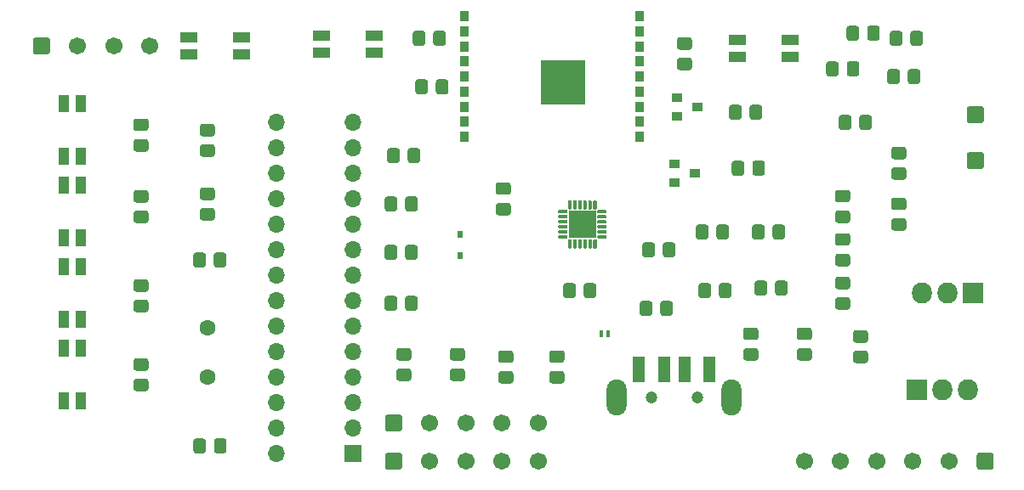
<source format=gts>
%TF.GenerationSoftware,KiCad,Pcbnew,(5.1.6)-1*%
%TF.CreationDate,2020-08-17T15:22:46+07:00*%
%TF.ProjectId,desain150820,64657361-696e-4313-9530-3832302e6b69,v01*%
%TF.SameCoordinates,Original*%
%TF.FileFunction,Soldermask,Top*%
%TF.FilePolarity,Negative*%
%FSLAX46Y46*%
G04 Gerber Fmt 4.6, Leading zero omitted, Abs format (unit mm)*
G04 Created by KiCad (PCBNEW (5.1.6)-1) date 2020-08-17 15:22:46*
%MOMM*%
%LPD*%
G01*
G04 APERTURE LIST*
%ADD10C,1.701600*%
%ADD11R,0.951600X1.014100*%
%ADD12R,4.401600X4.401600*%
%ADD13R,0.461600X0.721600*%
%ADD14R,0.461600X0.301600*%
%ADD15R,1.701600X1.701600*%
%ADD16O,1.701600X1.701600*%
%ADD17C,1.601600*%
%ADD18O,2.006600X2.101600*%
%ADD19R,2.006600X2.101600*%
%ADD20R,1.651600X1.101600*%
%ADD21R,1.001600X0.901600*%
%ADD22R,0.551600X0.701600*%
%ADD23R,1.201600X2.601600*%
%ADD24O,2.001600X3.601600*%
%ADD25C,1.201600*%
%ADD26R,1.101600X1.651600*%
%ADD27R,2.701600X2.701600*%
G04 APERTURE END LIST*
D10*
%TO.C,J2*%
X107320000Y-66040000D03*
X103720000Y-66040000D03*
X100120000Y-66040000D03*
G36*
G01*
X95669200Y-66624925D02*
X95669200Y-65455075D01*
G75*
G02*
X95935075Y-65189200I265875J0D01*
G01*
X97104925Y-65189200D01*
G75*
G02*
X97370800Y-65455075I0J-265875D01*
G01*
X97370800Y-66624925D01*
G75*
G02*
X97104925Y-66890800I-265875J0D01*
G01*
X95935075Y-66890800D01*
G75*
G02*
X95669200Y-66624925I0J265875D01*
G01*
G37*
%TD*%
D11*
%TO.C,ESP1*%
X156057500Y-63088000D03*
X156057500Y-64588000D03*
X156057500Y-66088000D03*
X156057500Y-67588000D03*
X156057500Y-69088000D03*
X156057500Y-70588000D03*
X156057500Y-72088000D03*
X156057500Y-73588000D03*
X156057500Y-75088000D03*
X138582500Y-75088000D03*
X138582500Y-73588000D03*
X138582500Y-72088000D03*
X138582500Y-70588000D03*
X138582500Y-69088000D03*
X138582500Y-67588000D03*
X138582500Y-66088000D03*
X138582500Y-64588000D03*
X138582500Y-63088000D03*
D12*
X148440000Y-69668000D03*
%TD*%
D13*
%TO.C,D4*%
X152908000Y-94742000D03*
D14*
X152248000Y-94917000D03*
X152248000Y-94567000D03*
%TD*%
%TO.C,R22*%
G36*
G01*
X178716200Y-65248714D02*
X178716200Y-64291286D01*
G75*
G02*
X178988286Y-64019200I272086J0D01*
G01*
X179695714Y-64019200D01*
G75*
G02*
X179967800Y-64291286I0J-272086D01*
G01*
X179967800Y-65248714D01*
G75*
G02*
X179695714Y-65520800I-272086J0D01*
G01*
X178988286Y-65520800D01*
G75*
G02*
X178716200Y-65248714I0J272086D01*
G01*
G37*
G36*
G01*
X176666200Y-65248714D02*
X176666200Y-64291286D01*
G75*
G02*
X176938286Y-64019200I272086J0D01*
G01*
X177645714Y-64019200D01*
G75*
G02*
X177917800Y-64291286I0J-272086D01*
G01*
X177917800Y-65248714D01*
G75*
G02*
X177645714Y-65520800I-272086J0D01*
G01*
X176938286Y-65520800D01*
G75*
G02*
X176666200Y-65248714I0J272086D01*
G01*
G37*
%TD*%
%TO.C,R21*%
G36*
G01*
X177936200Y-74138714D02*
X177936200Y-73181286D01*
G75*
G02*
X178208286Y-72909200I272086J0D01*
G01*
X178915714Y-72909200D01*
G75*
G02*
X179187800Y-73181286I0J-272086D01*
G01*
X179187800Y-74138714D01*
G75*
G02*
X178915714Y-74410800I-272086J0D01*
G01*
X178208286Y-74410800D01*
G75*
G02*
X177936200Y-74138714I0J272086D01*
G01*
G37*
G36*
G01*
X175886200Y-74138714D02*
X175886200Y-73181286D01*
G75*
G02*
X176158286Y-72909200I272086J0D01*
G01*
X176865714Y-72909200D01*
G75*
G02*
X177137800Y-73181286I0J-272086D01*
G01*
X177137800Y-74138714D01*
G75*
G02*
X176865714Y-74410800I-272086J0D01*
G01*
X176158286Y-74410800D01*
G75*
G02*
X175886200Y-74138714I0J272086D01*
G01*
G37*
%TD*%
%TO.C,R20*%
G36*
G01*
X178532714Y-95621800D02*
X177575286Y-95621800D01*
G75*
G02*
X177303200Y-95349714I0J272086D01*
G01*
X177303200Y-94642286D01*
G75*
G02*
X177575286Y-94370200I272086J0D01*
G01*
X178532714Y-94370200D01*
G75*
G02*
X178804800Y-94642286I0J-272086D01*
G01*
X178804800Y-95349714D01*
G75*
G02*
X178532714Y-95621800I-272086J0D01*
G01*
G37*
G36*
G01*
X178532714Y-97671800D02*
X177575286Y-97671800D01*
G75*
G02*
X177303200Y-97399714I0J272086D01*
G01*
X177303200Y-96692286D01*
G75*
G02*
X177575286Y-96420200I272086J0D01*
G01*
X178532714Y-96420200D01*
G75*
G02*
X178804800Y-96692286I0J-272086D01*
G01*
X178804800Y-97399714D01*
G75*
G02*
X178532714Y-97671800I-272086J0D01*
G01*
G37*
%TD*%
D15*
%TO.C,MCU1*%
X127508000Y-106680000D03*
D16*
X119888000Y-73660000D03*
X127508000Y-104140000D03*
X119888000Y-76200000D03*
X127508000Y-101600000D03*
X119888000Y-78740000D03*
X127508000Y-99060000D03*
X119888000Y-81280000D03*
X127508000Y-96520000D03*
X119888000Y-83820000D03*
X127508000Y-93980000D03*
X119888000Y-86360000D03*
X127508000Y-91440000D03*
X119888000Y-88900000D03*
X127508000Y-88900000D03*
X119888000Y-91440000D03*
X127508000Y-86360000D03*
X119888000Y-93980000D03*
X127508000Y-83820000D03*
X119888000Y-96520000D03*
X127508000Y-81280000D03*
X119888000Y-99060000D03*
X127508000Y-78740000D03*
X119888000Y-101600000D03*
X127508000Y-76200000D03*
X119888000Y-104140000D03*
X127508000Y-73660000D03*
X119888000Y-106680000D03*
%TD*%
D17*
%TO.C,Y1*%
X113030000Y-99060000D03*
X113030000Y-94160000D03*
%TD*%
D18*
%TO.C,U3*%
X188722000Y-100330000D03*
X186182000Y-100330000D03*
D19*
X183642000Y-100330000D03*
%TD*%
D20*
%TO.C,SW7*%
X129625000Y-65024000D03*
X124375000Y-65024000D03*
X124375000Y-66724000D03*
X129625000Y-66724000D03*
%TD*%
%TO.C,R19*%
G36*
G01*
X176684200Y-68804714D02*
X176684200Y-67847286D01*
G75*
G02*
X176956286Y-67575200I272086J0D01*
G01*
X177663714Y-67575200D01*
G75*
G02*
X177935800Y-67847286I0J-272086D01*
G01*
X177935800Y-68804714D01*
G75*
G02*
X177663714Y-69076800I-272086J0D01*
G01*
X176956286Y-69076800D01*
G75*
G02*
X176684200Y-68804714I0J272086D01*
G01*
G37*
G36*
G01*
X174634200Y-68804714D02*
X174634200Y-67847286D01*
G75*
G02*
X174906286Y-67575200I272086J0D01*
G01*
X175613714Y-67575200D01*
G75*
G02*
X175885800Y-67847286I0J-272086D01*
G01*
X175885800Y-68804714D01*
G75*
G02*
X175613714Y-69076800I-272086J0D01*
G01*
X174906286Y-69076800D01*
G75*
G02*
X174634200Y-68804714I0J272086D01*
G01*
G37*
%TD*%
%TO.C,R18*%
G36*
G01*
X167286200Y-78710714D02*
X167286200Y-77753286D01*
G75*
G02*
X167558286Y-77481200I272086J0D01*
G01*
X168265714Y-77481200D01*
G75*
G02*
X168537800Y-77753286I0J-272086D01*
G01*
X168537800Y-78710714D01*
G75*
G02*
X168265714Y-78982800I-272086J0D01*
G01*
X167558286Y-78982800D01*
G75*
G02*
X167286200Y-78710714I0J272086D01*
G01*
G37*
G36*
G01*
X165236200Y-78710714D02*
X165236200Y-77753286D01*
G75*
G02*
X165508286Y-77481200I272086J0D01*
G01*
X166215714Y-77481200D01*
G75*
G02*
X166487800Y-77753286I0J-272086D01*
G01*
X166487800Y-78710714D01*
G75*
G02*
X166215714Y-78982800I-272086J0D01*
G01*
X165508286Y-78982800D01*
G75*
G02*
X165236200Y-78710714I0J272086D01*
G01*
G37*
%TD*%
D21*
%TO.C,Q2*%
X161544000Y-78740000D03*
X159544000Y-79690000D03*
X159544000Y-77790000D03*
%TD*%
%TO.C,Q1*%
X161798000Y-72136000D03*
X159798000Y-73086000D03*
X159798000Y-71186000D03*
%TD*%
%TO.C,C16*%
G36*
G01*
X167014200Y-73122714D02*
X167014200Y-72165286D01*
G75*
G02*
X167286286Y-71893200I272086J0D01*
G01*
X167993714Y-71893200D01*
G75*
G02*
X168265800Y-72165286I0J-272086D01*
G01*
X168265800Y-73122714D01*
G75*
G02*
X167993714Y-73394800I-272086J0D01*
G01*
X167286286Y-73394800D01*
G75*
G02*
X167014200Y-73122714I0J272086D01*
G01*
G37*
G36*
G01*
X164964200Y-73122714D02*
X164964200Y-72165286D01*
G75*
G02*
X165236286Y-71893200I272086J0D01*
G01*
X165943714Y-71893200D01*
G75*
G02*
X166215800Y-72165286I0J-272086D01*
G01*
X166215800Y-73122714D01*
G75*
G02*
X165943714Y-73394800I-272086J0D01*
G01*
X165236286Y-73394800D01*
G75*
G02*
X164964200Y-73122714I0J272086D01*
G01*
G37*
%TD*%
%TO.C,C1*%
G36*
G01*
X113508714Y-81397800D02*
X112551286Y-81397800D01*
G75*
G02*
X112279200Y-81125714I0J272086D01*
G01*
X112279200Y-80418286D01*
G75*
G02*
X112551286Y-80146200I272086J0D01*
G01*
X113508714Y-80146200D01*
G75*
G02*
X113780800Y-80418286I0J-272086D01*
G01*
X113780800Y-81125714D01*
G75*
G02*
X113508714Y-81397800I-272086J0D01*
G01*
G37*
G36*
G01*
X113508714Y-83447800D02*
X112551286Y-83447800D01*
G75*
G02*
X112279200Y-83175714I0J272086D01*
G01*
X112279200Y-82468286D01*
G75*
G02*
X112551286Y-82196200I272086J0D01*
G01*
X113508714Y-82196200D01*
G75*
G02*
X113780800Y-82468286I0J-272086D01*
G01*
X113780800Y-83175714D01*
G75*
G02*
X113508714Y-83447800I-272086J0D01*
G01*
G37*
%TD*%
%TO.C,C2*%
G36*
G01*
X113692200Y-106396714D02*
X113692200Y-105439286D01*
G75*
G02*
X113964286Y-105167200I272086J0D01*
G01*
X114671714Y-105167200D01*
G75*
G02*
X114943800Y-105439286I0J-272086D01*
G01*
X114943800Y-106396714D01*
G75*
G02*
X114671714Y-106668800I-272086J0D01*
G01*
X113964286Y-106668800D01*
G75*
G02*
X113692200Y-106396714I0J272086D01*
G01*
G37*
G36*
G01*
X111642200Y-106396714D02*
X111642200Y-105439286D01*
G75*
G02*
X111914286Y-105167200I272086J0D01*
G01*
X112621714Y-105167200D01*
G75*
G02*
X112893800Y-105439286I0J-272086D01*
G01*
X112893800Y-106396714D01*
G75*
G02*
X112621714Y-106668800I-272086J0D01*
G01*
X111914286Y-106668800D01*
G75*
G02*
X111642200Y-106396714I0J272086D01*
G01*
G37*
%TD*%
%TO.C,C3*%
G36*
G01*
X111624200Y-87854714D02*
X111624200Y-86897286D01*
G75*
G02*
X111896286Y-86625200I272086J0D01*
G01*
X112603714Y-86625200D01*
G75*
G02*
X112875800Y-86897286I0J-272086D01*
G01*
X112875800Y-87854714D01*
G75*
G02*
X112603714Y-88126800I-272086J0D01*
G01*
X111896286Y-88126800D01*
G75*
G02*
X111624200Y-87854714I0J272086D01*
G01*
G37*
G36*
G01*
X113674200Y-87854714D02*
X113674200Y-86897286D01*
G75*
G02*
X113946286Y-86625200I272086J0D01*
G01*
X114653714Y-86625200D01*
G75*
G02*
X114925800Y-86897286I0J-272086D01*
G01*
X114925800Y-87854714D01*
G75*
G02*
X114653714Y-88126800I-272086J0D01*
G01*
X113946286Y-88126800D01*
G75*
G02*
X113674200Y-87854714I0J272086D01*
G01*
G37*
%TD*%
%TO.C,C4*%
G36*
G01*
X130674200Y-87092714D02*
X130674200Y-86135286D01*
G75*
G02*
X130946286Y-85863200I272086J0D01*
G01*
X131653714Y-85863200D01*
G75*
G02*
X131925800Y-86135286I0J-272086D01*
G01*
X131925800Y-87092714D01*
G75*
G02*
X131653714Y-87364800I-272086J0D01*
G01*
X130946286Y-87364800D01*
G75*
G02*
X130674200Y-87092714I0J272086D01*
G01*
G37*
G36*
G01*
X132724200Y-87092714D02*
X132724200Y-86135286D01*
G75*
G02*
X132996286Y-85863200I272086J0D01*
G01*
X133703714Y-85863200D01*
G75*
G02*
X133975800Y-86135286I0J-272086D01*
G01*
X133975800Y-87092714D01*
G75*
G02*
X133703714Y-87364800I-272086J0D01*
G01*
X132996286Y-87364800D01*
G75*
G02*
X132724200Y-87092714I0J272086D01*
G01*
G37*
%TD*%
%TO.C,C5*%
G36*
G01*
X130683200Y-82266714D02*
X130683200Y-81309286D01*
G75*
G02*
X130955286Y-81037200I272086J0D01*
G01*
X131662714Y-81037200D01*
G75*
G02*
X131934800Y-81309286I0J-272086D01*
G01*
X131934800Y-82266714D01*
G75*
G02*
X131662714Y-82538800I-272086J0D01*
G01*
X130955286Y-82538800D01*
G75*
G02*
X130683200Y-82266714I0J272086D01*
G01*
G37*
G36*
G01*
X132733200Y-82266714D02*
X132733200Y-81309286D01*
G75*
G02*
X133005286Y-81037200I272086J0D01*
G01*
X133712714Y-81037200D01*
G75*
G02*
X133984800Y-81309286I0J-272086D01*
G01*
X133984800Y-82266714D01*
G75*
G02*
X133712714Y-82538800I-272086J0D01*
G01*
X133005286Y-82538800D01*
G75*
G02*
X132733200Y-82266714I0J272086D01*
G01*
G37*
%TD*%
%TO.C,C6*%
G36*
G01*
X176754714Y-92337800D02*
X175797286Y-92337800D01*
G75*
G02*
X175525200Y-92065714I0J272086D01*
G01*
X175525200Y-91358286D01*
G75*
G02*
X175797286Y-91086200I272086J0D01*
G01*
X176754714Y-91086200D01*
G75*
G02*
X177026800Y-91358286I0J-272086D01*
G01*
X177026800Y-92065714D01*
G75*
G02*
X176754714Y-92337800I-272086J0D01*
G01*
G37*
G36*
G01*
X176754714Y-90287800D02*
X175797286Y-90287800D01*
G75*
G02*
X175525200Y-90015714I0J272086D01*
G01*
X175525200Y-89308286D01*
G75*
G02*
X175797286Y-89036200I272086J0D01*
G01*
X176754714Y-89036200D01*
G75*
G02*
X177026800Y-89308286I0J-272086D01*
G01*
X177026800Y-90015714D01*
G75*
G02*
X176754714Y-90287800I-272086J0D01*
G01*
G37*
%TD*%
%TO.C,C7*%
G36*
G01*
X172944714Y-95358800D02*
X171987286Y-95358800D01*
G75*
G02*
X171715200Y-95086714I0J272086D01*
G01*
X171715200Y-94379286D01*
G75*
G02*
X171987286Y-94107200I272086J0D01*
G01*
X172944714Y-94107200D01*
G75*
G02*
X173216800Y-94379286I0J-272086D01*
G01*
X173216800Y-95086714D01*
G75*
G02*
X172944714Y-95358800I-272086J0D01*
G01*
G37*
G36*
G01*
X172944714Y-97408800D02*
X171987286Y-97408800D01*
G75*
G02*
X171715200Y-97136714I0J272086D01*
G01*
X171715200Y-96429286D01*
G75*
G02*
X171987286Y-96157200I272086J0D01*
G01*
X172944714Y-96157200D01*
G75*
G02*
X173216800Y-96429286I0J-272086D01*
G01*
X173216800Y-97136714D01*
G75*
G02*
X172944714Y-97408800I-272086J0D01*
G01*
G37*
%TD*%
%TO.C,C8*%
G36*
G01*
X169300200Y-85060714D02*
X169300200Y-84103286D01*
G75*
G02*
X169572286Y-83831200I272086J0D01*
G01*
X170279714Y-83831200D01*
G75*
G02*
X170551800Y-84103286I0J-272086D01*
G01*
X170551800Y-85060714D01*
G75*
G02*
X170279714Y-85332800I-272086J0D01*
G01*
X169572286Y-85332800D01*
G75*
G02*
X169300200Y-85060714I0J272086D01*
G01*
G37*
G36*
G01*
X167250200Y-85060714D02*
X167250200Y-84103286D01*
G75*
G02*
X167522286Y-83831200I272086J0D01*
G01*
X168229714Y-83831200D01*
G75*
G02*
X168501800Y-84103286I0J-272086D01*
G01*
X168501800Y-85060714D01*
G75*
G02*
X168229714Y-85332800I-272086J0D01*
G01*
X167522286Y-85332800D01*
G75*
G02*
X167250200Y-85060714I0J272086D01*
G01*
G37*
%TD*%
%TO.C,C9*%
G36*
G01*
X135527200Y-65747714D02*
X135527200Y-64790286D01*
G75*
G02*
X135799286Y-64518200I272086J0D01*
G01*
X136506714Y-64518200D01*
G75*
G02*
X136778800Y-64790286I0J-272086D01*
G01*
X136778800Y-65747714D01*
G75*
G02*
X136506714Y-66019800I-272086J0D01*
G01*
X135799286Y-66019800D01*
G75*
G02*
X135527200Y-65747714I0J272086D01*
G01*
G37*
G36*
G01*
X133477200Y-65747714D02*
X133477200Y-64790286D01*
G75*
G02*
X133749286Y-64518200I272086J0D01*
G01*
X134456714Y-64518200D01*
G75*
G02*
X134728800Y-64790286I0J-272086D01*
G01*
X134728800Y-65747714D01*
G75*
G02*
X134456714Y-66019800I-272086J0D01*
G01*
X133749286Y-66019800D01*
G75*
G02*
X133477200Y-65747714I0J272086D01*
G01*
G37*
%TD*%
%TO.C,C10*%
G36*
G01*
X167504200Y-90648714D02*
X167504200Y-89691286D01*
G75*
G02*
X167776286Y-89419200I272086J0D01*
G01*
X168483714Y-89419200D01*
G75*
G02*
X168755800Y-89691286I0J-272086D01*
G01*
X168755800Y-90648714D01*
G75*
G02*
X168483714Y-90920800I-272086J0D01*
G01*
X167776286Y-90920800D01*
G75*
G02*
X167504200Y-90648714I0J272086D01*
G01*
G37*
G36*
G01*
X169554200Y-90648714D02*
X169554200Y-89691286D01*
G75*
G02*
X169826286Y-89419200I272086J0D01*
G01*
X170533714Y-89419200D01*
G75*
G02*
X170805800Y-89691286I0J-272086D01*
G01*
X170805800Y-90648714D01*
G75*
G02*
X170533714Y-90920800I-272086J0D01*
G01*
X169826286Y-90920800D01*
G75*
G02*
X169554200Y-90648714I0J272086D01*
G01*
G37*
%TD*%
%TO.C,C11*%
G36*
G01*
X133731200Y-70591714D02*
X133731200Y-69634286D01*
G75*
G02*
X134003286Y-69362200I272086J0D01*
G01*
X134710714Y-69362200D01*
G75*
G02*
X134982800Y-69634286I0J-272086D01*
G01*
X134982800Y-70591714D01*
G75*
G02*
X134710714Y-70863800I-272086J0D01*
G01*
X134003286Y-70863800D01*
G75*
G02*
X133731200Y-70591714I0J272086D01*
G01*
G37*
G36*
G01*
X135781200Y-70591714D02*
X135781200Y-69634286D01*
G75*
G02*
X136053286Y-69362200I272086J0D01*
G01*
X136760714Y-69362200D01*
G75*
G02*
X137032800Y-69634286I0J-272086D01*
G01*
X137032800Y-70591714D01*
G75*
G02*
X136760714Y-70863800I-272086J0D01*
G01*
X136053286Y-70863800D01*
G75*
G02*
X135781200Y-70591714I0J272086D01*
G01*
G37*
%TD*%
%TO.C,C12*%
G36*
G01*
X175797286Y-86750200D02*
X176754714Y-86750200D01*
G75*
G02*
X177026800Y-87022286I0J-272086D01*
G01*
X177026800Y-87729714D01*
G75*
G02*
X176754714Y-88001800I-272086J0D01*
G01*
X175797286Y-88001800D01*
G75*
G02*
X175525200Y-87729714I0J272086D01*
G01*
X175525200Y-87022286D01*
G75*
G02*
X175797286Y-86750200I272086J0D01*
G01*
G37*
G36*
G01*
X175797286Y-84700200D02*
X176754714Y-84700200D01*
G75*
G02*
X177026800Y-84972286I0J-272086D01*
G01*
X177026800Y-85679714D01*
G75*
G02*
X176754714Y-85951800I-272086J0D01*
G01*
X175797286Y-85951800D01*
G75*
G02*
X175525200Y-85679714I0J272086D01*
G01*
X175525200Y-84972286D01*
G75*
G02*
X175797286Y-84700200I272086J0D01*
G01*
G37*
%TD*%
%TO.C,C13*%
G36*
G01*
X176754714Y-83683800D02*
X175797286Y-83683800D01*
G75*
G02*
X175525200Y-83411714I0J272086D01*
G01*
X175525200Y-82704286D01*
G75*
G02*
X175797286Y-82432200I272086J0D01*
G01*
X176754714Y-82432200D01*
G75*
G02*
X177026800Y-82704286I0J-272086D01*
G01*
X177026800Y-83411714D01*
G75*
G02*
X176754714Y-83683800I-272086J0D01*
G01*
G37*
G36*
G01*
X176754714Y-81633800D02*
X175797286Y-81633800D01*
G75*
G02*
X175525200Y-81361714I0J272086D01*
G01*
X175525200Y-80654286D01*
G75*
G02*
X175797286Y-80382200I272086J0D01*
G01*
X176754714Y-80382200D01*
G75*
G02*
X177026800Y-80654286I0J-272086D01*
G01*
X177026800Y-81361714D01*
G75*
G02*
X176754714Y-81633800I-272086J0D01*
G01*
G37*
%TD*%
%TO.C,C14*%
G36*
G01*
X182342714Y-84454800D02*
X181385286Y-84454800D01*
G75*
G02*
X181113200Y-84182714I0J272086D01*
G01*
X181113200Y-83475286D01*
G75*
G02*
X181385286Y-83203200I272086J0D01*
G01*
X182342714Y-83203200D01*
G75*
G02*
X182614800Y-83475286I0J-272086D01*
G01*
X182614800Y-84182714D01*
G75*
G02*
X182342714Y-84454800I-272086J0D01*
G01*
G37*
G36*
G01*
X182342714Y-82404800D02*
X181385286Y-82404800D01*
G75*
G02*
X181113200Y-82132714I0J272086D01*
G01*
X181113200Y-81425286D01*
G75*
G02*
X181385286Y-81153200I272086J0D01*
G01*
X182342714Y-81153200D01*
G75*
G02*
X182614800Y-81425286I0J-272086D01*
G01*
X182614800Y-82132714D01*
G75*
G02*
X182342714Y-82404800I-272086J0D01*
G01*
G37*
%TD*%
%TO.C,C15*%
G36*
G01*
X182342714Y-77333800D02*
X181385286Y-77333800D01*
G75*
G02*
X181113200Y-77061714I0J272086D01*
G01*
X181113200Y-76354286D01*
G75*
G02*
X181385286Y-76082200I272086J0D01*
G01*
X182342714Y-76082200D01*
G75*
G02*
X182614800Y-76354286I0J-272086D01*
G01*
X182614800Y-77061714D01*
G75*
G02*
X182342714Y-77333800I-272086J0D01*
G01*
G37*
G36*
G01*
X182342714Y-79383800D02*
X181385286Y-79383800D01*
G75*
G02*
X181113200Y-79111714I0J272086D01*
G01*
X181113200Y-78404286D01*
G75*
G02*
X181385286Y-78132200I272086J0D01*
G01*
X182342714Y-78132200D01*
G75*
G02*
X182614800Y-78404286I0J-272086D01*
G01*
X182614800Y-79111714D01*
G75*
G02*
X182342714Y-79383800I-272086J0D01*
G01*
G37*
%TD*%
%TO.C,D1*%
G36*
G01*
X142269286Y-98443200D02*
X143226714Y-98443200D01*
G75*
G02*
X143498800Y-98715286I0J-272086D01*
G01*
X143498800Y-99422714D01*
G75*
G02*
X143226714Y-99694800I-272086J0D01*
G01*
X142269286Y-99694800D01*
G75*
G02*
X141997200Y-99422714I0J272086D01*
G01*
X141997200Y-98715286D01*
G75*
G02*
X142269286Y-98443200I272086J0D01*
G01*
G37*
G36*
G01*
X142269286Y-96393200D02*
X143226714Y-96393200D01*
G75*
G02*
X143498800Y-96665286I0J-272086D01*
G01*
X143498800Y-97372714D01*
G75*
G02*
X143226714Y-97644800I-272086J0D01*
G01*
X142269286Y-97644800D01*
G75*
G02*
X141997200Y-97372714I0J272086D01*
G01*
X141997200Y-96665286D01*
G75*
G02*
X142269286Y-96393200I272086J0D01*
G01*
G37*
%TD*%
%TO.C,D2*%
G36*
G01*
X148306714Y-99685800D02*
X147349286Y-99685800D01*
G75*
G02*
X147077200Y-99413714I0J272086D01*
G01*
X147077200Y-98706286D01*
G75*
G02*
X147349286Y-98434200I272086J0D01*
G01*
X148306714Y-98434200D01*
G75*
G02*
X148578800Y-98706286I0J-272086D01*
G01*
X148578800Y-99413714D01*
G75*
G02*
X148306714Y-99685800I-272086J0D01*
G01*
G37*
G36*
G01*
X148306714Y-97635800D02*
X147349286Y-97635800D01*
G75*
G02*
X147077200Y-97363714I0J272086D01*
G01*
X147077200Y-96656286D01*
G75*
G02*
X147349286Y-96384200I272086J0D01*
G01*
X148306714Y-96384200D01*
G75*
G02*
X148578800Y-96656286I0J-272086D01*
G01*
X148578800Y-97363714D01*
G75*
G02*
X148306714Y-97635800I-272086J0D01*
G01*
G37*
%TD*%
%TO.C,D3*%
G36*
G01*
X184267800Y-64799286D02*
X184267800Y-65756714D01*
G75*
G02*
X183995714Y-66028800I-272086J0D01*
G01*
X183288286Y-66028800D01*
G75*
G02*
X183016200Y-65756714I0J272086D01*
G01*
X183016200Y-64799286D01*
G75*
G02*
X183288286Y-64527200I272086J0D01*
G01*
X183995714Y-64527200D01*
G75*
G02*
X184267800Y-64799286I0J-272086D01*
G01*
G37*
G36*
G01*
X182217800Y-64799286D02*
X182217800Y-65756714D01*
G75*
G02*
X181945714Y-66028800I-272086J0D01*
G01*
X181238286Y-66028800D01*
G75*
G02*
X180966200Y-65756714I0J272086D01*
G01*
X180966200Y-64799286D01*
G75*
G02*
X181238286Y-64527200I272086J0D01*
G01*
X181945714Y-64527200D01*
G75*
G02*
X182217800Y-64799286I0J-272086D01*
G01*
G37*
%TD*%
D22*
%TO.C,D5*%
X138176000Y-86902000D03*
X138176000Y-84802000D03*
%TD*%
D23*
%TO.C,J1*%
X160512000Y-98300000D03*
X158512000Y-98300000D03*
X163012000Y-98300000D03*
X156012000Y-98300000D03*
D24*
X165212000Y-101050000D03*
X153812000Y-101050000D03*
D25*
X161812000Y-101050000D03*
X157212000Y-101050000D03*
%TD*%
%TO.C,R1*%
G36*
G01*
X113508714Y-75047800D02*
X112551286Y-75047800D01*
G75*
G02*
X112279200Y-74775714I0J272086D01*
G01*
X112279200Y-74068286D01*
G75*
G02*
X112551286Y-73796200I272086J0D01*
G01*
X113508714Y-73796200D01*
G75*
G02*
X113780800Y-74068286I0J-272086D01*
G01*
X113780800Y-74775714D01*
G75*
G02*
X113508714Y-75047800I-272086J0D01*
G01*
G37*
G36*
G01*
X113508714Y-77097800D02*
X112551286Y-77097800D01*
G75*
G02*
X112279200Y-76825714I0J272086D01*
G01*
X112279200Y-76118286D01*
G75*
G02*
X112551286Y-75846200I272086J0D01*
G01*
X113508714Y-75846200D01*
G75*
G02*
X113780800Y-76118286I0J-272086D01*
G01*
X113780800Y-76825714D01*
G75*
G02*
X113508714Y-77097800I-272086J0D01*
G01*
G37*
%TD*%
%TO.C,R2*%
G36*
G01*
X157579800Y-85881286D02*
X157579800Y-86838714D01*
G75*
G02*
X157307714Y-87110800I-272086J0D01*
G01*
X156600286Y-87110800D01*
G75*
G02*
X156328200Y-86838714I0J272086D01*
G01*
X156328200Y-85881286D01*
G75*
G02*
X156600286Y-85609200I272086J0D01*
G01*
X157307714Y-85609200D01*
G75*
G02*
X157579800Y-85881286I0J-272086D01*
G01*
G37*
G36*
G01*
X159629800Y-85881286D02*
X159629800Y-86838714D01*
G75*
G02*
X159357714Y-87110800I-272086J0D01*
G01*
X158650286Y-87110800D01*
G75*
G02*
X158378200Y-86838714I0J272086D01*
G01*
X158378200Y-85881286D01*
G75*
G02*
X158650286Y-85609200I272086J0D01*
G01*
X159357714Y-85609200D01*
G75*
G02*
X159629800Y-85881286I0J-272086D01*
G01*
G37*
%TD*%
%TO.C,R3*%
G36*
G01*
X159375800Y-91723286D02*
X159375800Y-92680714D01*
G75*
G02*
X159103714Y-92952800I-272086J0D01*
G01*
X158396286Y-92952800D01*
G75*
G02*
X158124200Y-92680714I0J272086D01*
G01*
X158124200Y-91723286D01*
G75*
G02*
X158396286Y-91451200I272086J0D01*
G01*
X159103714Y-91451200D01*
G75*
G02*
X159375800Y-91723286I0J-272086D01*
G01*
G37*
G36*
G01*
X157325800Y-91723286D02*
X157325800Y-92680714D01*
G75*
G02*
X157053714Y-92952800I-272086J0D01*
G01*
X156346286Y-92952800D01*
G75*
G02*
X156074200Y-92680714I0J272086D01*
G01*
X156074200Y-91723286D01*
G75*
G02*
X156346286Y-91451200I272086J0D01*
G01*
X157053714Y-91451200D01*
G75*
G02*
X157325800Y-91723286I0J-272086D01*
G01*
G37*
%TD*%
%TO.C,R4*%
G36*
G01*
X148454200Y-90902714D02*
X148454200Y-89945286D01*
G75*
G02*
X148726286Y-89673200I272086J0D01*
G01*
X149433714Y-89673200D01*
G75*
G02*
X149705800Y-89945286I0J-272086D01*
G01*
X149705800Y-90902714D01*
G75*
G02*
X149433714Y-91174800I-272086J0D01*
G01*
X148726286Y-91174800D01*
G75*
G02*
X148454200Y-90902714I0J272086D01*
G01*
G37*
G36*
G01*
X150504200Y-90902714D02*
X150504200Y-89945286D01*
G75*
G02*
X150776286Y-89673200I272086J0D01*
G01*
X151483714Y-89673200D01*
G75*
G02*
X151755800Y-89945286I0J-272086D01*
G01*
X151755800Y-90902714D01*
G75*
G02*
X151483714Y-91174800I-272086J0D01*
G01*
X150776286Y-91174800D01*
G75*
G02*
X150504200Y-90902714I0J272086D01*
G01*
G37*
%TD*%
%TO.C,R5*%
G36*
G01*
X133066714Y-97399800D02*
X132109286Y-97399800D01*
G75*
G02*
X131837200Y-97127714I0J272086D01*
G01*
X131837200Y-96420286D01*
G75*
G02*
X132109286Y-96148200I272086J0D01*
G01*
X133066714Y-96148200D01*
G75*
G02*
X133338800Y-96420286I0J-272086D01*
G01*
X133338800Y-97127714D01*
G75*
G02*
X133066714Y-97399800I-272086J0D01*
G01*
G37*
G36*
G01*
X133066714Y-99449800D02*
X132109286Y-99449800D01*
G75*
G02*
X131837200Y-99177714I0J272086D01*
G01*
X131837200Y-98470286D01*
G75*
G02*
X132109286Y-98198200I272086J0D01*
G01*
X133066714Y-98198200D01*
G75*
G02*
X133338800Y-98470286I0J-272086D01*
G01*
X133338800Y-99177714D01*
G75*
G02*
X133066714Y-99449800I-272086J0D01*
G01*
G37*
%TD*%
%TO.C,R6*%
G36*
G01*
X138400714Y-99449800D02*
X137443286Y-99449800D01*
G75*
G02*
X137171200Y-99177714I0J272086D01*
G01*
X137171200Y-98470286D01*
G75*
G02*
X137443286Y-98198200I272086J0D01*
G01*
X138400714Y-98198200D01*
G75*
G02*
X138672800Y-98470286I0J-272086D01*
G01*
X138672800Y-99177714D01*
G75*
G02*
X138400714Y-99449800I-272086J0D01*
G01*
G37*
G36*
G01*
X138400714Y-97399800D02*
X137443286Y-97399800D01*
G75*
G02*
X137171200Y-97127714I0J272086D01*
G01*
X137171200Y-96420286D01*
G75*
G02*
X137443286Y-96148200I272086J0D01*
G01*
X138400714Y-96148200D01*
G75*
G02*
X138672800Y-96420286I0J-272086D01*
G01*
X138672800Y-97127714D01*
G75*
G02*
X138400714Y-97399800I-272086J0D01*
G01*
G37*
%TD*%
%TO.C,R7*%
G36*
G01*
X184013800Y-68609286D02*
X184013800Y-69566714D01*
G75*
G02*
X183741714Y-69838800I-272086J0D01*
G01*
X183034286Y-69838800D01*
G75*
G02*
X182762200Y-69566714I0J272086D01*
G01*
X182762200Y-68609286D01*
G75*
G02*
X183034286Y-68337200I272086J0D01*
G01*
X183741714Y-68337200D01*
G75*
G02*
X184013800Y-68609286I0J-272086D01*
G01*
G37*
G36*
G01*
X181963800Y-68609286D02*
X181963800Y-69566714D01*
G75*
G02*
X181691714Y-69838800I-272086J0D01*
G01*
X180984286Y-69838800D01*
G75*
G02*
X180712200Y-69566714I0J272086D01*
G01*
X180712200Y-68609286D01*
G75*
G02*
X180984286Y-68337200I272086J0D01*
G01*
X181691714Y-68337200D01*
G75*
G02*
X181963800Y-68609286I0J-272086D01*
G01*
G37*
%TD*%
%TO.C,R8*%
G36*
G01*
X142972714Y-80880800D02*
X142015286Y-80880800D01*
G75*
G02*
X141743200Y-80608714I0J272086D01*
G01*
X141743200Y-79901286D01*
G75*
G02*
X142015286Y-79629200I272086J0D01*
G01*
X142972714Y-79629200D01*
G75*
G02*
X143244800Y-79901286I0J-272086D01*
G01*
X143244800Y-80608714D01*
G75*
G02*
X142972714Y-80880800I-272086J0D01*
G01*
G37*
G36*
G01*
X142972714Y-82930800D02*
X142015286Y-82930800D01*
G75*
G02*
X141743200Y-82658714I0J272086D01*
G01*
X141743200Y-81951286D01*
G75*
G02*
X142015286Y-81679200I272086J0D01*
G01*
X142972714Y-81679200D01*
G75*
G02*
X143244800Y-81951286I0J-272086D01*
G01*
X143244800Y-82658714D01*
G75*
G02*
X142972714Y-82930800I-272086J0D01*
G01*
G37*
%TD*%
%TO.C,R9*%
G36*
G01*
X161006714Y-66411800D02*
X160049286Y-66411800D01*
G75*
G02*
X159777200Y-66139714I0J272086D01*
G01*
X159777200Y-65432286D01*
G75*
G02*
X160049286Y-65160200I272086J0D01*
G01*
X161006714Y-65160200D01*
G75*
G02*
X161278800Y-65432286I0J-272086D01*
G01*
X161278800Y-66139714D01*
G75*
G02*
X161006714Y-66411800I-272086J0D01*
G01*
G37*
G36*
G01*
X161006714Y-68461800D02*
X160049286Y-68461800D01*
G75*
G02*
X159777200Y-68189714I0J272086D01*
G01*
X159777200Y-67482286D01*
G75*
G02*
X160049286Y-67210200I272086J0D01*
G01*
X161006714Y-67210200D01*
G75*
G02*
X161278800Y-67482286I0J-272086D01*
G01*
X161278800Y-68189714D01*
G75*
G02*
X161006714Y-68461800I-272086J0D01*
G01*
G37*
%TD*%
%TO.C,R10*%
G36*
G01*
X130928200Y-77440714D02*
X130928200Y-76483286D01*
G75*
G02*
X131200286Y-76211200I272086J0D01*
G01*
X131907714Y-76211200D01*
G75*
G02*
X132179800Y-76483286I0J-272086D01*
G01*
X132179800Y-77440714D01*
G75*
G02*
X131907714Y-77712800I-272086J0D01*
G01*
X131200286Y-77712800D01*
G75*
G02*
X130928200Y-77440714I0J272086D01*
G01*
G37*
G36*
G01*
X132978200Y-77440714D02*
X132978200Y-76483286D01*
G75*
G02*
X133250286Y-76211200I272086J0D01*
G01*
X133957714Y-76211200D01*
G75*
G02*
X134229800Y-76483286I0J-272086D01*
G01*
X134229800Y-77440714D01*
G75*
G02*
X133957714Y-77712800I-272086J0D01*
G01*
X133250286Y-77712800D01*
G75*
G02*
X132978200Y-77440714I0J272086D01*
G01*
G37*
%TD*%
%TO.C,R11*%
G36*
G01*
X130674200Y-92172714D02*
X130674200Y-91215286D01*
G75*
G02*
X130946286Y-90943200I272086J0D01*
G01*
X131653714Y-90943200D01*
G75*
G02*
X131925800Y-91215286I0J-272086D01*
G01*
X131925800Y-92172714D01*
G75*
G02*
X131653714Y-92444800I-272086J0D01*
G01*
X130946286Y-92444800D01*
G75*
G02*
X130674200Y-92172714I0J272086D01*
G01*
G37*
G36*
G01*
X132724200Y-92172714D02*
X132724200Y-91215286D01*
G75*
G02*
X132996286Y-90943200I272086J0D01*
G01*
X133703714Y-90943200D01*
G75*
G02*
X133975800Y-91215286I0J-272086D01*
G01*
X133975800Y-92172714D01*
G75*
G02*
X133703714Y-92444800I-272086J0D01*
G01*
X132996286Y-92444800D01*
G75*
G02*
X132724200Y-92172714I0J272086D01*
G01*
G37*
%TD*%
%TO.C,R12*%
G36*
G01*
X106904714Y-98415800D02*
X105947286Y-98415800D01*
G75*
G02*
X105675200Y-98143714I0J272086D01*
G01*
X105675200Y-97436286D01*
G75*
G02*
X105947286Y-97164200I272086J0D01*
G01*
X106904714Y-97164200D01*
G75*
G02*
X107176800Y-97436286I0J-272086D01*
G01*
X107176800Y-98143714D01*
G75*
G02*
X106904714Y-98415800I-272086J0D01*
G01*
G37*
G36*
G01*
X106904714Y-100465800D02*
X105947286Y-100465800D01*
G75*
G02*
X105675200Y-100193714I0J272086D01*
G01*
X105675200Y-99486286D01*
G75*
G02*
X105947286Y-99214200I272086J0D01*
G01*
X106904714Y-99214200D01*
G75*
G02*
X107176800Y-99486286I0J-272086D01*
G01*
X107176800Y-100193714D01*
G75*
G02*
X106904714Y-100465800I-272086J0D01*
G01*
G37*
%TD*%
%TO.C,R13*%
G36*
G01*
X105947286Y-73270200D02*
X106904714Y-73270200D01*
G75*
G02*
X107176800Y-73542286I0J-272086D01*
G01*
X107176800Y-74249714D01*
G75*
G02*
X106904714Y-74521800I-272086J0D01*
G01*
X105947286Y-74521800D01*
G75*
G02*
X105675200Y-74249714I0J272086D01*
G01*
X105675200Y-73542286D01*
G75*
G02*
X105947286Y-73270200I272086J0D01*
G01*
G37*
G36*
G01*
X105947286Y-75320200D02*
X106904714Y-75320200D01*
G75*
G02*
X107176800Y-75592286I0J-272086D01*
G01*
X107176800Y-76299714D01*
G75*
G02*
X106904714Y-76571800I-272086J0D01*
G01*
X105947286Y-76571800D01*
G75*
G02*
X105675200Y-76299714I0J272086D01*
G01*
X105675200Y-75592286D01*
G75*
G02*
X105947286Y-75320200I272086J0D01*
G01*
G37*
%TD*%
%TO.C,R14*%
G36*
G01*
X106904714Y-81651800D02*
X105947286Y-81651800D01*
G75*
G02*
X105675200Y-81379714I0J272086D01*
G01*
X105675200Y-80672286D01*
G75*
G02*
X105947286Y-80400200I272086J0D01*
G01*
X106904714Y-80400200D01*
G75*
G02*
X107176800Y-80672286I0J-272086D01*
G01*
X107176800Y-81379714D01*
G75*
G02*
X106904714Y-81651800I-272086J0D01*
G01*
G37*
G36*
G01*
X106904714Y-83701800D02*
X105947286Y-83701800D01*
G75*
G02*
X105675200Y-83429714I0J272086D01*
G01*
X105675200Y-82722286D01*
G75*
G02*
X105947286Y-82450200I272086J0D01*
G01*
X106904714Y-82450200D01*
G75*
G02*
X107176800Y-82722286I0J-272086D01*
G01*
X107176800Y-83429714D01*
G75*
G02*
X106904714Y-83701800I-272086J0D01*
G01*
G37*
%TD*%
%TO.C,R15*%
G36*
G01*
X106904714Y-92591800D02*
X105947286Y-92591800D01*
G75*
G02*
X105675200Y-92319714I0J272086D01*
G01*
X105675200Y-91612286D01*
G75*
G02*
X105947286Y-91340200I272086J0D01*
G01*
X106904714Y-91340200D01*
G75*
G02*
X107176800Y-91612286I0J-272086D01*
G01*
X107176800Y-92319714D01*
G75*
G02*
X106904714Y-92591800I-272086J0D01*
G01*
G37*
G36*
G01*
X106904714Y-90541800D02*
X105947286Y-90541800D01*
G75*
G02*
X105675200Y-90269714I0J272086D01*
G01*
X105675200Y-89562286D01*
G75*
G02*
X105947286Y-89290200I272086J0D01*
G01*
X106904714Y-89290200D01*
G75*
G02*
X107176800Y-89562286I0J-272086D01*
G01*
X107176800Y-90269714D01*
G75*
G02*
X106904714Y-90541800I-272086J0D01*
G01*
G37*
%TD*%
%TO.C,R16*%
G36*
G01*
X163712200Y-85060714D02*
X163712200Y-84103286D01*
G75*
G02*
X163984286Y-83831200I272086J0D01*
G01*
X164691714Y-83831200D01*
G75*
G02*
X164963800Y-84103286I0J-272086D01*
G01*
X164963800Y-85060714D01*
G75*
G02*
X164691714Y-85332800I-272086J0D01*
G01*
X163984286Y-85332800D01*
G75*
G02*
X163712200Y-85060714I0J272086D01*
G01*
G37*
G36*
G01*
X161662200Y-85060714D02*
X161662200Y-84103286D01*
G75*
G02*
X161934286Y-83831200I272086J0D01*
G01*
X162641714Y-83831200D01*
G75*
G02*
X162913800Y-84103286I0J-272086D01*
G01*
X162913800Y-85060714D01*
G75*
G02*
X162641714Y-85332800I-272086J0D01*
G01*
X161934286Y-85332800D01*
G75*
G02*
X161662200Y-85060714I0J272086D01*
G01*
G37*
%TD*%
%TO.C,R17*%
G36*
G01*
X161916200Y-90902714D02*
X161916200Y-89945286D01*
G75*
G02*
X162188286Y-89673200I272086J0D01*
G01*
X162895714Y-89673200D01*
G75*
G02*
X163167800Y-89945286I0J-272086D01*
G01*
X163167800Y-90902714D01*
G75*
G02*
X162895714Y-91174800I-272086J0D01*
G01*
X162188286Y-91174800D01*
G75*
G02*
X161916200Y-90902714I0J272086D01*
G01*
G37*
G36*
G01*
X163966200Y-90902714D02*
X163966200Y-89945286D01*
G75*
G02*
X164238286Y-89673200I272086J0D01*
G01*
X164945714Y-89673200D01*
G75*
G02*
X165217800Y-89945286I0J-272086D01*
G01*
X165217800Y-90902714D01*
G75*
G02*
X164945714Y-91174800I-272086J0D01*
G01*
X164238286Y-91174800D01*
G75*
G02*
X163966200Y-90902714I0J272086D01*
G01*
G37*
%TD*%
%TO.C,RU1*%
G36*
G01*
X167610714Y-95358800D02*
X166653286Y-95358800D01*
G75*
G02*
X166381200Y-95086714I0J272086D01*
G01*
X166381200Y-94379286D01*
G75*
G02*
X166653286Y-94107200I272086J0D01*
G01*
X167610714Y-94107200D01*
G75*
G02*
X167882800Y-94379286I0J-272086D01*
G01*
X167882800Y-95086714D01*
G75*
G02*
X167610714Y-95358800I-272086J0D01*
G01*
G37*
G36*
G01*
X167610714Y-97408800D02*
X166653286Y-97408800D01*
G75*
G02*
X166381200Y-97136714I0J272086D01*
G01*
X166381200Y-96429286D01*
G75*
G02*
X166653286Y-96157200I272086J0D01*
G01*
X167610714Y-96157200D01*
G75*
G02*
X167882800Y-96429286I0J-272086D01*
G01*
X167882800Y-97136714D01*
G75*
G02*
X167610714Y-97408800I-272086J0D01*
G01*
G37*
%TD*%
%TO.C,SDCardModule1*%
G36*
G01*
X191316800Y-106857075D02*
X191316800Y-108026925D01*
G75*
G02*
X191050925Y-108292800I-265875J0D01*
G01*
X189881075Y-108292800D01*
G75*
G02*
X189615200Y-108026925I0J265875D01*
G01*
X189615200Y-106857075D01*
G75*
G02*
X189881075Y-106591200I265875J0D01*
G01*
X191050925Y-106591200D01*
G75*
G02*
X191316800Y-106857075I0J-265875D01*
G01*
G37*
D10*
X186866000Y-107442000D03*
X183266000Y-107442000D03*
X179666000Y-107442000D03*
X176066000Y-107442000D03*
X172466000Y-107442000D03*
%TD*%
D20*
%TO.C,SW1*%
X116417000Y-66890000D03*
X111167000Y-66890000D03*
X111167000Y-65190000D03*
X116417000Y-65190000D03*
%TD*%
%TO.C,SW2*%
X171027000Y-65444000D03*
X165777000Y-65444000D03*
X165777000Y-67144000D03*
X171027000Y-67144000D03*
%TD*%
D26*
%TO.C,SW3*%
X100418000Y-71797000D03*
X100418000Y-77047000D03*
X98718000Y-77047000D03*
X98718000Y-71797000D03*
%TD*%
%TO.C,SW4*%
X98718000Y-79925000D03*
X98718000Y-85175000D03*
X100418000Y-85175000D03*
X100418000Y-79925000D03*
%TD*%
%TO.C,SW5*%
X100418000Y-88053000D03*
X100418000Y-93303000D03*
X98718000Y-93303000D03*
X98718000Y-88053000D03*
%TD*%
%TO.C,SW6*%
X98718000Y-96181000D03*
X98718000Y-101431000D03*
X100418000Y-101431000D03*
X100418000Y-96181000D03*
%TD*%
D19*
%TO.C,U1*%
X189230000Y-90678000D03*
D18*
X186690000Y-90678000D03*
X184150000Y-90678000D03*
%TD*%
%TO.C,USB-UART1*%
G36*
G01*
X147967200Y-82657900D02*
X147967200Y-82482100D01*
G75*
G02*
X148055100Y-82394200I87900J0D01*
G01*
X148805900Y-82394200D01*
G75*
G02*
X148893800Y-82482100I0J-87900D01*
G01*
X148893800Y-82657900D01*
G75*
G02*
X148805900Y-82745800I-87900J0D01*
G01*
X148055100Y-82745800D01*
G75*
G02*
X147967200Y-82657900I0J87900D01*
G01*
G37*
G36*
G01*
X147967200Y-83157900D02*
X147967200Y-82982100D01*
G75*
G02*
X148055100Y-82894200I87900J0D01*
G01*
X148805900Y-82894200D01*
G75*
G02*
X148893800Y-82982100I0J-87900D01*
G01*
X148893800Y-83157900D01*
G75*
G02*
X148805900Y-83245800I-87900J0D01*
G01*
X148055100Y-83245800D01*
G75*
G02*
X147967200Y-83157900I0J87900D01*
G01*
G37*
G36*
G01*
X147967200Y-83657900D02*
X147967200Y-83482100D01*
G75*
G02*
X148055100Y-83394200I87900J0D01*
G01*
X148805900Y-83394200D01*
G75*
G02*
X148893800Y-83482100I0J-87900D01*
G01*
X148893800Y-83657900D01*
G75*
G02*
X148805900Y-83745800I-87900J0D01*
G01*
X148055100Y-83745800D01*
G75*
G02*
X147967200Y-83657900I0J87900D01*
G01*
G37*
G36*
G01*
X147967200Y-84157900D02*
X147967200Y-83982100D01*
G75*
G02*
X148055100Y-83894200I87900J0D01*
G01*
X148805900Y-83894200D01*
G75*
G02*
X148893800Y-83982100I0J-87900D01*
G01*
X148893800Y-84157900D01*
G75*
G02*
X148805900Y-84245800I-87900J0D01*
G01*
X148055100Y-84245800D01*
G75*
G02*
X147967200Y-84157900I0J87900D01*
G01*
G37*
G36*
G01*
X147967200Y-84657900D02*
X147967200Y-84482100D01*
G75*
G02*
X148055100Y-84394200I87900J0D01*
G01*
X148805900Y-84394200D01*
G75*
G02*
X148893800Y-84482100I0J-87900D01*
G01*
X148893800Y-84657900D01*
G75*
G02*
X148805900Y-84745800I-87900J0D01*
G01*
X148055100Y-84745800D01*
G75*
G02*
X147967200Y-84657900I0J87900D01*
G01*
G37*
G36*
G01*
X147967200Y-85157900D02*
X147967200Y-84982100D01*
G75*
G02*
X148055100Y-84894200I87900J0D01*
G01*
X148805900Y-84894200D01*
G75*
G02*
X148893800Y-84982100I0J-87900D01*
G01*
X148893800Y-85157900D01*
G75*
G02*
X148805900Y-85245800I-87900J0D01*
G01*
X148055100Y-85245800D01*
G75*
G02*
X147967200Y-85157900I0J87900D01*
G01*
G37*
G36*
G01*
X148942200Y-86132900D02*
X148942200Y-85382100D01*
G75*
G02*
X149030100Y-85294200I87900J0D01*
G01*
X149205900Y-85294200D01*
G75*
G02*
X149293800Y-85382100I0J-87900D01*
G01*
X149293800Y-86132900D01*
G75*
G02*
X149205900Y-86220800I-87900J0D01*
G01*
X149030100Y-86220800D01*
G75*
G02*
X148942200Y-86132900I0J87900D01*
G01*
G37*
G36*
G01*
X149442200Y-86132900D02*
X149442200Y-85382100D01*
G75*
G02*
X149530100Y-85294200I87900J0D01*
G01*
X149705900Y-85294200D01*
G75*
G02*
X149793800Y-85382100I0J-87900D01*
G01*
X149793800Y-86132900D01*
G75*
G02*
X149705900Y-86220800I-87900J0D01*
G01*
X149530100Y-86220800D01*
G75*
G02*
X149442200Y-86132900I0J87900D01*
G01*
G37*
G36*
G01*
X149942200Y-86132900D02*
X149942200Y-85382100D01*
G75*
G02*
X150030100Y-85294200I87900J0D01*
G01*
X150205900Y-85294200D01*
G75*
G02*
X150293800Y-85382100I0J-87900D01*
G01*
X150293800Y-86132900D01*
G75*
G02*
X150205900Y-86220800I-87900J0D01*
G01*
X150030100Y-86220800D01*
G75*
G02*
X149942200Y-86132900I0J87900D01*
G01*
G37*
G36*
G01*
X150442200Y-86132900D02*
X150442200Y-85382100D01*
G75*
G02*
X150530100Y-85294200I87900J0D01*
G01*
X150705900Y-85294200D01*
G75*
G02*
X150793800Y-85382100I0J-87900D01*
G01*
X150793800Y-86132900D01*
G75*
G02*
X150705900Y-86220800I-87900J0D01*
G01*
X150530100Y-86220800D01*
G75*
G02*
X150442200Y-86132900I0J87900D01*
G01*
G37*
G36*
G01*
X150942200Y-86132900D02*
X150942200Y-85382100D01*
G75*
G02*
X151030100Y-85294200I87900J0D01*
G01*
X151205900Y-85294200D01*
G75*
G02*
X151293800Y-85382100I0J-87900D01*
G01*
X151293800Y-86132900D01*
G75*
G02*
X151205900Y-86220800I-87900J0D01*
G01*
X151030100Y-86220800D01*
G75*
G02*
X150942200Y-86132900I0J87900D01*
G01*
G37*
G36*
G01*
X151442200Y-86132900D02*
X151442200Y-85382100D01*
G75*
G02*
X151530100Y-85294200I87900J0D01*
G01*
X151705900Y-85294200D01*
G75*
G02*
X151793800Y-85382100I0J-87900D01*
G01*
X151793800Y-86132900D01*
G75*
G02*
X151705900Y-86220800I-87900J0D01*
G01*
X151530100Y-86220800D01*
G75*
G02*
X151442200Y-86132900I0J87900D01*
G01*
G37*
G36*
G01*
X151842200Y-85157900D02*
X151842200Y-84982100D01*
G75*
G02*
X151930100Y-84894200I87900J0D01*
G01*
X152680900Y-84894200D01*
G75*
G02*
X152768800Y-84982100I0J-87900D01*
G01*
X152768800Y-85157900D01*
G75*
G02*
X152680900Y-85245800I-87900J0D01*
G01*
X151930100Y-85245800D01*
G75*
G02*
X151842200Y-85157900I0J87900D01*
G01*
G37*
G36*
G01*
X151842200Y-84657900D02*
X151842200Y-84482100D01*
G75*
G02*
X151930100Y-84394200I87900J0D01*
G01*
X152680900Y-84394200D01*
G75*
G02*
X152768800Y-84482100I0J-87900D01*
G01*
X152768800Y-84657900D01*
G75*
G02*
X152680900Y-84745800I-87900J0D01*
G01*
X151930100Y-84745800D01*
G75*
G02*
X151842200Y-84657900I0J87900D01*
G01*
G37*
G36*
G01*
X151842200Y-84157900D02*
X151842200Y-83982100D01*
G75*
G02*
X151930100Y-83894200I87900J0D01*
G01*
X152680900Y-83894200D01*
G75*
G02*
X152768800Y-83982100I0J-87900D01*
G01*
X152768800Y-84157900D01*
G75*
G02*
X152680900Y-84245800I-87900J0D01*
G01*
X151930100Y-84245800D01*
G75*
G02*
X151842200Y-84157900I0J87900D01*
G01*
G37*
G36*
G01*
X151842200Y-83657900D02*
X151842200Y-83482100D01*
G75*
G02*
X151930100Y-83394200I87900J0D01*
G01*
X152680900Y-83394200D01*
G75*
G02*
X152768800Y-83482100I0J-87900D01*
G01*
X152768800Y-83657900D01*
G75*
G02*
X152680900Y-83745800I-87900J0D01*
G01*
X151930100Y-83745800D01*
G75*
G02*
X151842200Y-83657900I0J87900D01*
G01*
G37*
G36*
G01*
X151842200Y-83157900D02*
X151842200Y-82982100D01*
G75*
G02*
X151930100Y-82894200I87900J0D01*
G01*
X152680900Y-82894200D01*
G75*
G02*
X152768800Y-82982100I0J-87900D01*
G01*
X152768800Y-83157900D01*
G75*
G02*
X152680900Y-83245800I-87900J0D01*
G01*
X151930100Y-83245800D01*
G75*
G02*
X151842200Y-83157900I0J87900D01*
G01*
G37*
G36*
G01*
X151842200Y-82657900D02*
X151842200Y-82482100D01*
G75*
G02*
X151930100Y-82394200I87900J0D01*
G01*
X152680900Y-82394200D01*
G75*
G02*
X152768800Y-82482100I0J-87900D01*
G01*
X152768800Y-82657900D01*
G75*
G02*
X152680900Y-82745800I-87900J0D01*
G01*
X151930100Y-82745800D01*
G75*
G02*
X151842200Y-82657900I0J87900D01*
G01*
G37*
G36*
G01*
X151442200Y-82257900D02*
X151442200Y-81507100D01*
G75*
G02*
X151530100Y-81419200I87900J0D01*
G01*
X151705900Y-81419200D01*
G75*
G02*
X151793800Y-81507100I0J-87900D01*
G01*
X151793800Y-82257900D01*
G75*
G02*
X151705900Y-82345800I-87900J0D01*
G01*
X151530100Y-82345800D01*
G75*
G02*
X151442200Y-82257900I0J87900D01*
G01*
G37*
G36*
G01*
X150942200Y-82257900D02*
X150942200Y-81507100D01*
G75*
G02*
X151030100Y-81419200I87900J0D01*
G01*
X151205900Y-81419200D01*
G75*
G02*
X151293800Y-81507100I0J-87900D01*
G01*
X151293800Y-82257900D01*
G75*
G02*
X151205900Y-82345800I-87900J0D01*
G01*
X151030100Y-82345800D01*
G75*
G02*
X150942200Y-82257900I0J87900D01*
G01*
G37*
G36*
G01*
X150442200Y-82257900D02*
X150442200Y-81507100D01*
G75*
G02*
X150530100Y-81419200I87900J0D01*
G01*
X150705900Y-81419200D01*
G75*
G02*
X150793800Y-81507100I0J-87900D01*
G01*
X150793800Y-82257900D01*
G75*
G02*
X150705900Y-82345800I-87900J0D01*
G01*
X150530100Y-82345800D01*
G75*
G02*
X150442200Y-82257900I0J87900D01*
G01*
G37*
G36*
G01*
X149942200Y-82257900D02*
X149942200Y-81507100D01*
G75*
G02*
X150030100Y-81419200I87900J0D01*
G01*
X150205900Y-81419200D01*
G75*
G02*
X150293800Y-81507100I0J-87900D01*
G01*
X150293800Y-82257900D01*
G75*
G02*
X150205900Y-82345800I-87900J0D01*
G01*
X150030100Y-82345800D01*
G75*
G02*
X149942200Y-82257900I0J87900D01*
G01*
G37*
G36*
G01*
X149442200Y-82257900D02*
X149442200Y-81507100D01*
G75*
G02*
X149530100Y-81419200I87900J0D01*
G01*
X149705900Y-81419200D01*
G75*
G02*
X149793800Y-81507100I0J-87900D01*
G01*
X149793800Y-82257900D01*
G75*
G02*
X149705900Y-82345800I-87900J0D01*
G01*
X149530100Y-82345800D01*
G75*
G02*
X149442200Y-82257900I0J87900D01*
G01*
G37*
G36*
G01*
X148942200Y-82257900D02*
X148942200Y-81507100D01*
G75*
G02*
X149030100Y-81419200I87900J0D01*
G01*
X149205900Y-81419200D01*
G75*
G02*
X149293800Y-81507100I0J-87900D01*
G01*
X149293800Y-82257900D01*
G75*
G02*
X149205900Y-82345800I-87900J0D01*
G01*
X149030100Y-82345800D01*
G75*
G02*
X148942200Y-82257900I0J87900D01*
G01*
G37*
D27*
X150368000Y-83820000D03*
%TD*%
D10*
%TO.C,USBASP1*%
X145972000Y-103632000D03*
X142372000Y-103632000D03*
X138772000Y-103632000D03*
X135172000Y-103632000D03*
G36*
G01*
X130721200Y-104216925D02*
X130721200Y-103047075D01*
G75*
G02*
X130987075Y-102781200I265875J0D01*
G01*
X132156925Y-102781200D01*
G75*
G02*
X132422800Y-103047075I0J-265875D01*
G01*
X132422800Y-104216925D01*
G75*
G02*
X132156925Y-104482800I-265875J0D01*
G01*
X130987075Y-104482800D01*
G75*
G02*
X130721200Y-104216925I0J265875D01*
G01*
G37*
%TD*%
%TO.C,USBASP2*%
G36*
G01*
X130721200Y-108026925D02*
X130721200Y-106857075D01*
G75*
G02*
X130987075Y-106591200I265875J0D01*
G01*
X132156925Y-106591200D01*
G75*
G02*
X132422800Y-106857075I0J-265875D01*
G01*
X132422800Y-108026925D01*
G75*
G02*
X132156925Y-108292800I-265875J0D01*
G01*
X130987075Y-108292800D01*
G75*
G02*
X130721200Y-108026925I0J265875D01*
G01*
G37*
X135172000Y-107442000D03*
X138772000Y-107442000D03*
X142372000Y-107442000D03*
X145972000Y-107442000D03*
%TD*%
%TO.C,V+1*%
G36*
G01*
X190068925Y-78320800D02*
X188899075Y-78320800D01*
G75*
G02*
X188633200Y-78054925I0J265875D01*
G01*
X188633200Y-76885075D01*
G75*
G02*
X188899075Y-76619200I265875J0D01*
G01*
X190068925Y-76619200D01*
G75*
G02*
X190334800Y-76885075I0J-265875D01*
G01*
X190334800Y-78054925D01*
G75*
G02*
X190068925Y-78320800I-265875J0D01*
G01*
G37*
%TD*%
%TO.C,V-1*%
G36*
G01*
X190068925Y-73748800D02*
X188899075Y-73748800D01*
G75*
G02*
X188633200Y-73482925I0J265875D01*
G01*
X188633200Y-72313075D01*
G75*
G02*
X188899075Y-72047200I265875J0D01*
G01*
X190068925Y-72047200D01*
G75*
G02*
X190334800Y-72313075I0J-265875D01*
G01*
X190334800Y-73482925D01*
G75*
G02*
X190068925Y-73748800I-265875J0D01*
G01*
G37*
%TD*%
M02*

</source>
